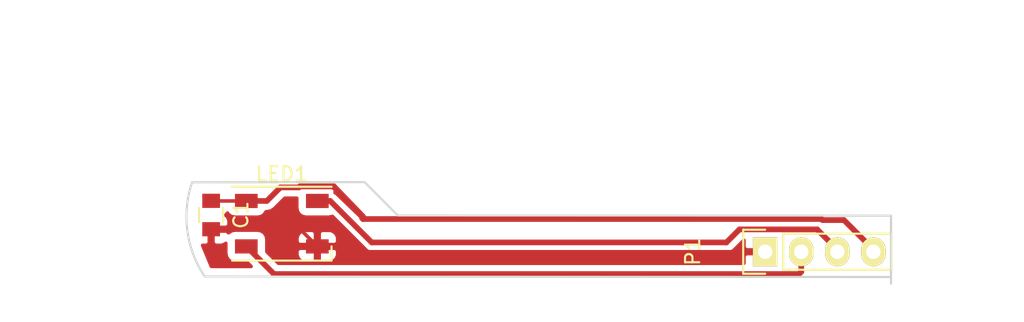
<source format=kicad_pcb>
(kicad_pcb (version 4) (host pcbnew 4.0.5-e0-6337~49~ubuntu16.04.1)

  (general
    (links 6)
    (no_connects 0)
    (area 141.709974 102.004999 191.475001 109.295001)
    (thickness 1.6)
    (drawings 12)
    (tracks 46)
    (zones 0)
    (modules 3)
    (nets 5)
  )

  (page A4)
  (layers
    (0 F.Cu signal)
    (31 B.Cu signal)
    (32 B.Adhes user)
    (33 F.Adhes user)
    (34 B.Paste user)
    (35 F.Paste user)
    (36 B.SilkS user)
    (37 F.SilkS user)
    (38 B.Mask user)
    (39 F.Mask user)
    (40 Dwgs.User user)
    (41 Cmts.User user)
    (42 Eco1.User user)
    (43 Eco2.User user)
    (44 Edge.Cuts user)
    (45 Margin user)
    (46 B.CrtYd user)
    (47 F.CrtYd user)
    (48 B.Fab user)
    (49 F.Fab user)
  )

  (setup
    (last_trace_width 0.4)
    (trace_clearance 0.33)
    (zone_clearance 0.508)
    (zone_45_only no)
    (trace_min 0.4)
    (segment_width 0.2)
    (edge_width 0.15)
    (via_size 0.6)
    (via_drill 0.4)
    (via_min_size 0.6)
    (via_min_drill 0.3)
    (uvia_size 0.3)
    (uvia_drill 0.1)
    (uvias_allowed no)
    (uvia_min_size 0.2)
    (uvia_min_drill 0.1)
    (pcb_text_width 0.3)
    (pcb_text_size 1.5 1.5)
    (mod_edge_width 0.15)
    (mod_text_size 1 1)
    (mod_text_width 0.15)
    (pad_size 1.524 1.524)
    (pad_drill 0.762)
    (pad_to_mask_clearance 0.2)
    (aux_axis_origin 0 0)
    (visible_elements FFFFFF7F)
    (pcbplotparams
      (layerselection 0x00000_00000001)
      (usegerberextensions false)
      (excludeedgelayer true)
      (linewidth 0.100000)
      (plotframeref false)
      (viasonmask false)
      (mode 1)
      (useauxorigin false)
      (hpglpennumber 1)
      (hpglpenspeed 20)
      (hpglpendiameter 15)
      (hpglpenoverlay 2)
      (psnegative true)
      (psa4output false)
      (plotreference true)
      (plotvalue true)
      (plotinvisibletext false)
      (padsonsilk false)
      (subtractmaskfromsilk false)
      (outputformat 5)
      (mirror false)
      (drillshape 0)
      (scaleselection 1)
      (outputdirectory ""))
  )

  (net 0 "")
  (net 1 VCC)
  (net 2 GND)
  (net 3 DI)
  (net 4 DO)

  (net_class Default "This is the default net class."
    (clearance 0.33)
    (trace_width 0.4)
    (via_dia 0.6)
    (via_drill 0.4)
    (uvia_dia 0.3)
    (uvia_drill 0.1)
    (add_net DI)
    (add_net DO)
    (add_net GND)
    (add_net VCC)
  )

  (module Capacitors_SMD:C_0805 (layer F.Cu) (tedit 5415D6EA) (tstamp 57BCC2B6)
    (at 143.5227 104.394 270)
    (descr "Capacitor SMD 0805, reflow soldering, AVX (see smccp.pdf)")
    (tags "capacitor 0805")
    (path /57BCB96F)
    (attr smd)
    (fp_text reference C1 (at 0 -2.1 270) (layer F.SilkS)
      (effects (font (size 1 1) (thickness 0.15)))
    )
    (fp_text value C (at 0 2.1 270) (layer F.Fab)
      (effects (font (size 1 1) (thickness 0.15)))
    )
    (fp_line (start -1.8 -1) (end 1.8 -1) (layer F.CrtYd) (width 0.05))
    (fp_line (start -1.8 1) (end 1.8 1) (layer F.CrtYd) (width 0.05))
    (fp_line (start -1.8 -1) (end -1.8 1) (layer F.CrtYd) (width 0.05))
    (fp_line (start 1.8 -1) (end 1.8 1) (layer F.CrtYd) (width 0.05))
    (fp_line (start 0.5 -0.85) (end -0.5 -0.85) (layer F.SilkS) (width 0.15))
    (fp_line (start -0.5 0.85) (end 0.5 0.85) (layer F.SilkS) (width 0.15))
    (pad 1 smd rect (at -1 0 270) (size 1 1.25) (layers F.Cu F.Paste F.Mask)
      (net 1 VCC))
    (pad 2 smd rect (at 1 0 270) (size 1 1.25) (layers F.Cu F.Paste F.Mask)
      (net 2 GND))
    (model Capacitors_SMD.3dshapes/C_0805.wrl
      (at (xyz 0 0 0))
      (scale (xyz 1 1 1))
      (rotate (xyz 0 0 0))
    )
  )

  (module LEDs:LED_WS2812B-PLCC4 (layer F.Cu) (tedit 56C9C7F7) (tstamp 57BCC2CB)
    (at 148.5011 105.0036)
    (descr http://www.world-semi.com/uploads/soft/150522/1-150522091P5.pdf)
    (tags "LED NeoPixel")
    (path /57BCB805)
    (attr smd)
    (fp_text reference LED1 (at 0 -3.5) (layer F.SilkS)
      (effects (font (size 1 1) (thickness 0.15)))
    )
    (fp_text value WS2812B (at 0 4) (layer F.Fab)
      (effects (font (size 1 1) (thickness 0.15)))
    )
    (fp_line (start 3.75 -2.85) (end -3.75 -2.85) (layer F.CrtYd) (width 0.05))
    (fp_line (start 3.75 2.85) (end 3.75 -2.85) (layer F.CrtYd) (width 0.05))
    (fp_line (start -3.75 2.85) (end 3.75 2.85) (layer F.CrtYd) (width 0.05))
    (fp_line (start -3.75 -2.85) (end -3.75 2.85) (layer F.CrtYd) (width 0.05))
    (fp_line (start 2.5 1.5) (end 1.5 2.5) (layer Dwgs.User) (width 0.1))
    (fp_line (start -2.5 -2.5) (end -2.5 2.5) (layer Dwgs.User) (width 0.1))
    (fp_line (start -2.5 2.5) (end 2.5 2.5) (layer Dwgs.User) (width 0.1))
    (fp_line (start 2.5 2.5) (end 2.5 -2.5) (layer Dwgs.User) (width 0.1))
    (fp_line (start 2.5 -2.5) (end -2.5 -2.5) (layer Dwgs.User) (width 0.1))
    (fp_line (start -3.5 -2.6) (end 3.5 -2.6) (layer F.SilkS) (width 0.15))
    (fp_line (start -3.5 2.6) (end 3.5 2.6) (layer F.SilkS) (width 0.15))
    (fp_line (start 3.5 2.6) (end 3.5 1.6) (layer F.SilkS) (width 0.15))
    (fp_circle (center 0 0) (end 0 -2) (layer Dwgs.User) (width 0.1))
    (pad 3 smd rect (at 2.5 1.6) (size 1.6 1) (layers F.Cu F.Paste F.Mask)
      (net 2 GND))
    (pad 4 smd rect (at 2.5 -1.6) (size 1.6 1) (layers F.Cu F.Paste F.Mask)
      (net 3 DI))
    (pad 2 smd rect (at -2.5 1.6) (size 1.6 1) (layers F.Cu F.Paste F.Mask)
      (net 4 DO))
    (pad 1 smd rect (at -2.5 -1.6) (size 1.6 1) (layers F.Cu F.Paste F.Mask)
      (net 1 VCC))
    (model LEDs.3dshapes/LED_WS2812B-PLCC4.wrl
      (at (xyz 0 0 0.004))
      (scale (xyz 0.385 0.385 0.385))
      (rotate (xyz 0 0 180))
    )
  )

  (module Pin_Headers:Pin_Header_Straight_1x04 (layer F.Cu) (tedit 0) (tstamp 57BCC2D3)
    (at 182.54 106.98 90)
    (descr "Through hole pin header")
    (tags "pin header")
    (path /57BCC10C)
    (fp_text reference P1 (at 0 -5.1 90) (layer F.SilkS)
      (effects (font (size 1 1) (thickness 0.15)))
    )
    (fp_text value CONN_01X04 (at 0 -3.1 90) (layer F.Fab)
      (effects (font (size 1 1) (thickness 0.15)))
    )
    (fp_line (start -1.75 -1.75) (end -1.75 9.4) (layer F.CrtYd) (width 0.05))
    (fp_line (start 1.75 -1.75) (end 1.75 9.4) (layer F.CrtYd) (width 0.05))
    (fp_line (start -1.75 -1.75) (end 1.75 -1.75) (layer F.CrtYd) (width 0.05))
    (fp_line (start -1.75 9.4) (end 1.75 9.4) (layer F.CrtYd) (width 0.05))
    (fp_line (start -1.27 1.27) (end -1.27 8.89) (layer F.SilkS) (width 0.15))
    (fp_line (start 1.27 1.27) (end 1.27 8.89) (layer F.SilkS) (width 0.15))
    (fp_line (start 1.55 -1.55) (end 1.55 0) (layer F.SilkS) (width 0.15))
    (fp_line (start -1.27 8.89) (end 1.27 8.89) (layer F.SilkS) (width 0.15))
    (fp_line (start 1.27 1.27) (end -1.27 1.27) (layer F.SilkS) (width 0.15))
    (fp_line (start -1.55 0) (end -1.55 -1.55) (layer F.SilkS) (width 0.15))
    (fp_line (start -1.55 -1.55) (end 1.55 -1.55) (layer F.SilkS) (width 0.15))
    (pad 1 thru_hole rect (at 0 0 90) (size 2.032 1.7272) (drill 1.016) (layers *.Cu *.Mask F.SilkS)
      (net 2 GND))
    (pad 2 thru_hole oval (at 0 2.54 90) (size 2.032 1.7272) (drill 1.016) (layers *.Cu *.Mask F.SilkS)
      (net 4 DO))
    (pad 3 thru_hole oval (at 0 5.08 90) (size 2.032 1.7272) (drill 1.016) (layers *.Cu *.Mask F.SilkS)
      (net 3 DI))
    (pad 4 thru_hole oval (at 0 7.62 90) (size 2.032 1.7272) (drill 1.016) (layers *.Cu *.Mask F.SilkS)
      (net 1 VCC))
    (model Pin_Headers.3dshapes/Pin_Header_Straight_1x04.wrl
      (at (xyz 0 -0.15 0))
      (scale (xyz 1 1 1))
      (rotate (xyz 0 0 90))
    )
  )

  (gr_line (start 191.36 104.44) (end 156.67 104.43) (layer Edge.Cuts) (width 0.15))
  (gr_line (start 154.33 102.08) (end 142.18 102.09) (layer Edge.Cuts) (width 0.15))
  (dimension 4.5001 (width 0.3) (layer Dwgs.User)
    (gr_text "4.500 mm" (at 198.080156 106.563464 89.6180338) (layer Dwgs.User) (tstamp 57BE03D2)
      (effects (font (size 1.5 1.5) (thickness 0.3)))
    )
    (feature1 (pts (xy 192.036394 108.773272) (xy 199.415126 108.822464)))
    (feature2 (pts (xy 192.066394 104.273272) (xy 199.445126 104.322464)))
    (crossbar (pts (xy 196.745186 104.304464) (xy 196.715186 108.804464)))
    (arrow1a (pts (xy 196.715186 108.804464) (xy 196.136288 107.674076)))
    (arrow1b (pts (xy 196.715186 108.804464) (xy 197.309104 107.681895)))
    (arrow2a (pts (xy 196.745186 104.304464) (xy 196.151268 105.427033)))
    (arrow2b (pts (xy 196.745186 104.304464) (xy 197.324084 105.434852)))
  )
  (dimension 7.300438 (width 0.3) (layer Dwgs.User)
    (gr_text "7.300 mm" (at 134.940344 105.601236 89.37212618) (layer Dwgs.User)
      (effects (font (size 1.5 1.5) (thickness 0.3)))
    )
    (feature1 (pts (xy 139.35 109.3) (xy 133.550425 109.236443)))
    (feature2 (pts (xy 139.43 102) (xy 133.630425 101.936443)))
    (crossbar (pts (xy 136.330263 101.96603) (xy 136.250263 109.26603)))
    (arrow1a (pts (xy 136.250263 109.26603) (xy 135.676222 108.133168)))
    (arrow1b (pts (xy 136.250263 109.26603) (xy 136.848993 108.14602)))
    (arrow2a (pts (xy 136.330263 101.96603) (xy 135.731533 103.08604)))
    (arrow2b (pts (xy 136.330263 101.96603) (xy 136.904304 103.098892)))
  )
  (gr_line (start 191.4 105.66) (end 191.4 105.67) (angle 90) (layer Edge.Cuts) (width 0.15))
  (gr_line (start 191.4 104.84) (end 191.4 105.66) (angle 90) (layer Edge.Cuts) (width 0.15))
  (gr_line (start 156.67 104.43) (end 154.34 102.09) (angle 90) (layer Edge.Cuts) (width 0.15))
  (gr_arc (start 149.34 104.51) (end 143.06 108.71) (angle 52.35226663) (layer Edge.Cuts) (width 0.15))
  (gr_line (start 191.4 109.22) (end 191.4 104.43) (angle 90) (layer Edge.Cuts) (width 0.15))
  (gr_line (start 191.4 105.67) (end 191.4 106.15) (angle 90) (layer Edge.Cuts) (width 0.15))
  (dimension 49.768208 (width 0.3) (layer Dwgs.User)
    (gr_text "49.768 mm" (at 166.615896 91.106) (layer Dwgs.User)
      (effects (font (size 1.5 1.5) (thickness 0.3)))
    )
    (feature1 (pts (xy 191.5 105.3) (xy 191.5 89.756)))
    (feature2 (pts (xy 141.731792 105.3) (xy 141.731792 89.756)))
    (crossbar (pts (xy 141.731792 92.456) (xy 191.5 92.456)))
    (arrow1a (pts (xy 191.5 92.456) (xy 190.373496 93.042421)))
    (arrow1b (pts (xy 191.5 92.456) (xy 190.373496 91.869579)))
    (arrow2a (pts (xy 141.731792 92.456) (xy 142.858296 93.042421)))
    (arrow2b (pts (xy 141.731792 92.456) (xy 142.858296 91.869579)))
  )
  (gr_line (start 191.4 108.76) (end 143.06 108.72) (angle 90) (layer Edge.Cuts) (width 0.15))

  (segment (start 188.0824 104.75) (end 186.57479 104.75) (width 0.4) (layer F.Cu) (net 1))
  (segment (start 186.57479 104.75) (end 186.49979 104.675) (width 0.4) (layer F.Cu) (net 1))
  (segment (start 188.0824 104.75) (end 190.16 106.8276) (width 0.4) (layer F.Cu) (net 1))
  (segment (start 190.16 106.8276) (end 190.16 106.98) (width 0.4) (layer F.Cu) (net 1))
  (segment (start 146.0011 103.4036) (end 143.5323 103.4036) (width 0.25) (layer F.Cu) (net 1))
  (segment (start 143.5323 103.4036) (end 143.5227 103.394) (width 0.25) (layer F.Cu) (net 1))
  (segment (start 148.401801 102.448599) (end 147.4468 103.4036) (width 0.4) (layer F.Cu) (net 1))
  (segment (start 147.4468 103.4036) (end 146.0011 103.4036) (width 0.4) (layer F.Cu) (net 1))
  (segment (start 154.213576 104.497074) (end 152.165101 102.373599) (width 0.4) (layer F.Cu) (net 1))
  (segment (start 148.401801 102.448599) (end 149.702099 102.448599) (width 0.4) (layer F.Cu) (net 1))
  (segment (start 152.165101 102.373599) (end 152.165101 102.448599) (width 0.4) (layer F.Cu) (net 1))
  (segment (start 149.702099 102.448599) (end 149.777099 102.373599) (width 0.4) (layer F.Cu) (net 1))
  (segment (start 149.777099 102.373599) (end 152.165101 102.373599) (width 0.4) (layer F.Cu) (net 1))
  (segment (start 154.213576 104.675) (end 154.213576 104.497074) (width 0.4) (layer F.Cu) (net 1))
  (segment (start 152.291349 102.823591) (end 154.151167 104.612591) (width 0.25) (layer F.Cu) (net 1))
  (segment (start 186.49979 104.675) (end 154.213576 104.675) (width 0.4) (layer F.Cu) (net 1))
  (segment (start 154.213576 104.675) (end 154.151167 104.612591) (width 0.4) (layer F.Cu) (net 1))
  (segment (start 149.837099 102.448599) (end 148.401801 102.448599) (width 0.25) (layer F.Cu) (net 1))
  (segment (start 152.165101 102.448599) (end 152.256101 102.539599) (width 0.25) (layer F.Cu) (net 1))
  (segment (start 152.256101 102.539599) (end 152.256101 102.823591) (width 0.25) (layer F.Cu) (net 1))
  (segment (start 152.256101 102.823591) (end 152.291349 102.823591) (width 0.25) (layer F.Cu) (net 1))
  (segment (start 149.837099 102.448599) (end 152.165101 102.448599) (width 0.25) (layer F.Cu) (net 1))
  (segment (start 151.0011 106.6036) (end 152.3136 106.6036) (width 0.25) (layer F.Cu) (net 2))
  (segment (start 152.3136 106.6036) (end 152.69 106.98) (width 0.25) (layer F.Cu) (net 2) (tstamp 57BE00EB))
  (segment (start 149.7915 105.394) (end 151.0011 106.6036) (width 0.25) (layer F.Cu) (net 2) (tstamp 57BE00E5))
  (segment (start 151.13 106.7325) (end 151.0011 106.6036) (width 0.25) (layer F.Cu) (net 2) (tstamp 57BCD454))
  (segment (start 152.69 106.98) (end 182.54 106.98) (width 0.25) (layer F.Cu) (net 2) (tstamp 57BE00FB))
  (segment (start 143.5227 105.394) (end 149.7915 105.394) (width 0.25) (layer F.Cu) (net 2))
  (segment (start 187.62 106.98) (end 187.62 106.8276) (width 0.4) (layer F.Cu) (net 3))
  (segment (start 187.62 106.8276) (end 186.19741 105.40501) (width 0.4) (layer F.Cu) (net 3))
  (segment (start 151.909786 103.4036) (end 154.831176 106.32499) (width 0.4) (layer F.Cu) (net 3))
  (segment (start 154.831176 106.32499) (end 179.791248 106.32499) (width 0.4) (layer F.Cu) (net 3))
  (segment (start 151.0011 103.4036) (end 151.909786 103.4036) (width 0.4) (layer F.Cu) (net 3))
  (segment (start 179.791248 106.32499) (end 180.76 105.375258) (width 0.25) (layer F.Cu) (net 3))
  (segment (start 186.19741 105.40501) (end 180.730248 105.40501) (width 0.4) (layer F.Cu) (net 3))
  (segment (start 180.730248 105.40501) (end 179.810268 106.32499) (width 0.4) (layer F.Cu) (net 3))
  (segment (start 179.810268 106.32499) (end 179.791248 106.32499) (width 0.4) (layer F.Cu) (net 3))
  (segment (start 186.167658 105.375258) (end 186.167658 105.40501) (width 0.25) (layer F.Cu) (net 3))
  (segment (start 186.19741 105.40501) (end 186.167658 105.40501) (width 0.4) (layer F.Cu) (net 3))
  (segment (start 180.76 105.375258) (end 186.167658 105.375258) (width 0.25) (layer F.Cu) (net 3))
  (segment (start 147.9475 108.55) (end 146.0011 106.6036) (width 0.4) (layer F.Cu) (net 4))
  (segment (start 185.08 106.98) (end 185.08 108.396) (width 0.4) (layer F.Cu) (net 4))
  (segment (start 185.08 108.396) (end 184.926 108.55) (width 0.4) (layer F.Cu) (net 4))
  (segment (start 184.926 108.55) (end 147.9475 108.55) (width 0.4) (layer F.Cu) (net 4))
  (segment (start 185.08 106.98) (end 185.08 108.23) (width 0.25) (layer F.Cu) (net 4))
  (segment (start 185.04 107.368) (end 185.04 107.7) (width 0.25) (layer F.Cu) (net 4) (tstamp 57BDFAA7))

  (zone (net 2) (net_name GND) (layer F.Cu) (tstamp 0) (hatch edge 0.508)
    (connect_pads (clearance 0.508))
    (min_thickness 0.254)
    (fill yes (arc_segments 16) (thermal_gap 0.508) (thermal_bridge_width 0.508))
    (polygon
      (pts
        (xy 141.71 101.96) (xy 191.39 101.89) (xy 191.32 109.14) (xy 141.64 109.07) (xy 141.64 101.89)
      )
    )
    (filled_polygon
      (pts
        (xy 149.55366 103.9036) (xy 149.597938 104.138917) (xy 149.73701 104.355041) (xy 149.94921 104.500031) (xy 150.2011 104.55104)
        (xy 151.8011 104.55104) (xy 152.036417 104.506762) (xy 152.062607 104.489909) (xy 154.454109 106.881411) (xy 154.700671 107.046158)
        (xy 154.99151 107.10401) (xy 179.791248 107.10401) (xy 180.082087 107.046158) (xy 180.328649 106.881411) (xy 181.0414 106.16866)
        (xy 181.0414 106.69425) (xy 181.20015 106.853) (xy 182.413 106.853) (xy 182.413 106.833) (xy 182.667 106.833)
        (xy 182.667 106.853) (xy 182.687 106.853) (xy 182.687 107.107) (xy 182.667 107.107) (xy 182.667 107.127)
        (xy 182.413 107.127) (xy 182.413 107.107) (xy 181.20015 107.107) (xy 181.0414 107.26575) (xy 181.0414 107.79)
        (xy 148.262302 107.79) (xy 147.44854 106.976238) (xy 147.44854 106.88935) (xy 149.5661 106.88935) (xy 149.5661 107.22991)
        (xy 149.662773 107.463299) (xy 149.841402 107.641927) (xy 150.074791 107.7386) (xy 150.71535 107.7386) (xy 150.8741 107.57985)
        (xy 150.8741 106.7306) (xy 151.1281 106.7306) (xy 151.1281 107.57985) (xy 151.28685 107.7386) (xy 151.927409 107.7386)
        (xy 152.160798 107.641927) (xy 152.339427 107.463299) (xy 152.4361 107.22991) (xy 152.4361 106.88935) (xy 152.27735 106.7306)
        (xy 151.1281 106.7306) (xy 150.8741 106.7306) (xy 149.72485 106.7306) (xy 149.5661 106.88935) (xy 147.44854 106.88935)
        (xy 147.44854 106.1036) (xy 147.424774 105.97729) (xy 149.5661 105.97729) (xy 149.5661 106.31785) (xy 149.72485 106.4766)
        (xy 150.8741 106.4766) (xy 150.8741 105.62735) (xy 151.1281 105.62735) (xy 151.1281 106.4766) (xy 152.27735 106.4766)
        (xy 152.4361 106.31785) (xy 152.4361 105.97729) (xy 152.339427 105.743901) (xy 152.160798 105.565273) (xy 151.927409 105.4686)
        (xy 151.28685 105.4686) (xy 151.1281 105.62735) (xy 150.8741 105.62735) (xy 150.71535 105.4686) (xy 150.074791 105.4686)
        (xy 149.841402 105.565273) (xy 149.662773 105.743901) (xy 149.5661 105.97729) (xy 147.424774 105.97729) (xy 147.404262 105.868283)
        (xy 147.26519 105.652159) (xy 147.05299 105.507169) (xy 146.8011 105.45616) (xy 145.2011 105.45616) (xy 144.965783 105.500438)
        (xy 144.749659 105.63951) (xy 144.746737 105.643787) (xy 144.62395 105.521) (xy 143.6497 105.521) (xy 143.6497 106.37025)
        (xy 143.80845 106.529) (xy 144.27401 106.529) (xy 144.507399 106.432327) (xy 144.55366 106.386066) (xy 144.55366 107.1036)
        (xy 144.597938 107.338917) (xy 144.73701 107.555041) (xy 144.94921 107.700031) (xy 145.2011 107.75104) (xy 146.073738 107.75104)
        (xy 146.335408 108.01271) (xy 143.538501 108.010395) (xy 142.924154 106.529) (xy 143.23695 106.529) (xy 143.3957 106.37025)
        (xy 143.3957 105.521) (xy 143.3757 105.521) (xy 143.3757 105.267) (xy 143.3957 105.267) (xy 143.3957 105.247)
        (xy 143.6497 105.247) (xy 143.6497 105.267) (xy 144.62395 105.267) (xy 144.7827 105.10825) (xy 144.7827 104.767691)
        (xy 144.686027 104.534302) (xy 144.54479 104.393064) (xy 144.599141 104.35809) (xy 144.671153 104.252697) (xy 144.73701 104.355041)
        (xy 144.94921 104.500031) (xy 145.2011 104.55104) (xy 146.8011 104.55104) (xy 147.036417 104.506762) (xy 147.252541 104.36769)
        (xy 147.39199 104.1636) (xy 147.4468 104.1636) (xy 147.737639 104.105748) (xy 147.984201 103.941001) (xy 148.716603 103.208599)
        (xy 149.55366 103.208599)
      )
    )
  )
)

</source>
